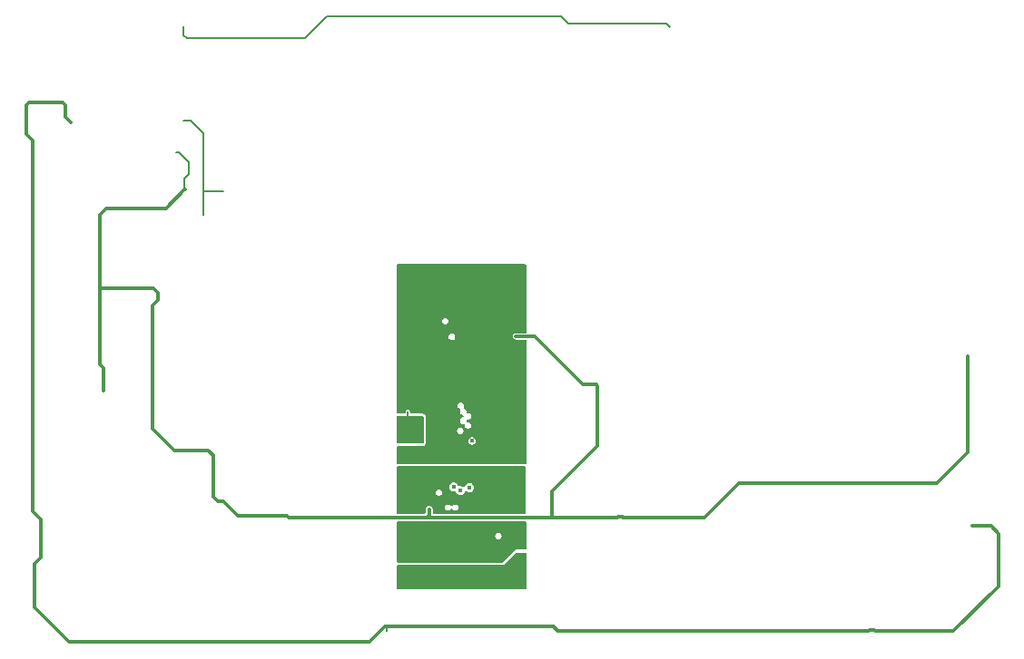
<source format=gbr>
%TF.GenerationSoftware,KiCad,Pcbnew,7.0.9-7.0.9~ubuntu22.04.1*%
%TF.CreationDate,2023-12-01T07:42:16+01:00*%
%TF.ProjectId,jetson-orin-baseboard,6a657473-6f6e-42d6-9f72-696e2d626173,1.1.1*%
%TF.SameCoordinates,Original*%
%TF.FileFunction,Copper,L3,Inr*%
%TF.FilePolarity,Positive*%
%FSLAX46Y46*%
G04 Gerber Fmt 4.6, Leading zero omitted, Abs format (unit mm)*
G04 Created by KiCad (PCBNEW 7.0.9-7.0.9~ubuntu22.04.1) date 2023-12-01 07:42:16*
%MOMM*%
%LPD*%
G01*
G04 APERTURE LIST*
%TA.AperFunction,ViaPad*%
%ADD10C,0.450000*%
%TD*%
%TA.AperFunction,Conductor*%
%ADD11C,0.150000*%
%TD*%
%TA.AperFunction,Conductor*%
%ADD12C,0.155000*%
%TD*%
%TA.AperFunction,Conductor*%
%ADD13C,0.300000*%
%TD*%
G04 APERTURE END LIST*
D10*
%TO.N,GND*%
X91450000Y-102350000D03*
X91750000Y-108800000D03*
%TO.N,CSIA_FLG*%
X92272500Y-113200000D03*
%TO.N,CSIB_FLG*%
X92500000Y-108850000D03*
%TO.N,USBC0_FLG*%
X90800000Y-113150000D03*
%TO.N,USBC1_FLG*%
X91412000Y-113500000D03*
%TD*%
D11*
%TO.N,/SoM/PMIC_BBAT*%
X110950000Y-70224500D02*
X110625500Y-69900000D01*
X110625500Y-69900000D02*
X101500000Y-69900000D01*
X65900000Y-71250000D02*
X65600000Y-70950000D01*
X76950000Y-71250000D02*
X65900000Y-71250000D01*
X78975000Y-69225000D02*
X76950000Y-71250000D01*
X101500000Y-69900000D02*
X100825000Y-69225000D01*
X100825000Y-69225000D02*
X78975000Y-69225000D01*
X65600000Y-70950000D02*
X65600000Y-70100000D01*
%TO.N,+3V3*%
X67600000Y-85550000D02*
X67550000Y-85550000D01*
X67400000Y-85400000D02*
X67400000Y-85600000D01*
X69287500Y-85550000D02*
X69299500Y-85562000D01*
X67400000Y-85700000D02*
X67550000Y-85550000D01*
X65570000Y-78960000D02*
X66260000Y-78960000D01*
X66260000Y-78960000D02*
X67400000Y-80100000D01*
X67400000Y-85750000D02*
X67400000Y-87700000D01*
X67550000Y-85550000D02*
X67400000Y-85400000D01*
X67400000Y-85750000D02*
X67400000Y-85700000D01*
X67400000Y-80100000D02*
X67400000Y-85400000D01*
D12*
X86500000Y-106700000D02*
X87100000Y-106700000D01*
D11*
X67450000Y-85550000D02*
X67600000Y-85550000D01*
X67600000Y-85550000D02*
X69287500Y-85550000D01*
X67400000Y-85600000D02*
X67450000Y-85550000D01*
D12*
X86500000Y-106112000D02*
X86500000Y-106700000D01*
D13*
%TO.N,+1V8*%
X104190000Y-103690000D02*
X104100000Y-103600000D01*
D11*
X66100000Y-82800000D02*
X66100000Y-83900000D01*
X65700000Y-85375500D02*
X65724500Y-85400000D01*
D13*
X64700000Y-109700000D02*
X67900000Y-109700000D01*
X104190000Y-109310000D02*
X104190000Y-103690000D01*
X96630276Y-99100000D02*
X98350000Y-99100000D01*
X57800000Y-94600000D02*
X62800000Y-94600000D01*
X75400000Y-116000000D02*
X88100000Y-116000000D01*
X99950000Y-116000000D02*
X99950000Y-113550000D01*
X88300000Y-116000000D02*
X88500000Y-115800000D01*
X98350000Y-99100000D02*
X102850000Y-103600000D01*
X68400000Y-114100000D02*
X68800000Y-114500000D01*
D11*
X65173000Y-81873000D02*
X64900000Y-81873000D01*
D13*
X106577107Y-116000000D02*
X114207107Y-116000000D01*
X88100000Y-116000000D02*
X88300000Y-116000000D01*
X88100000Y-116000000D02*
X88500000Y-116000000D01*
X57800000Y-101700000D02*
X58100000Y-102000000D01*
X88500000Y-116000000D02*
X88500000Y-115800000D01*
X138725000Y-109925000D02*
X138725000Y-100940000D01*
X62700000Y-107700000D02*
X64700000Y-109700000D01*
X70650000Y-115850000D02*
X75250000Y-115850000D01*
X106537107Y-115960000D02*
X106577107Y-116000000D01*
D11*
X65700000Y-84300000D02*
X65700000Y-85375500D01*
D13*
X58392893Y-87100000D02*
X57800000Y-87692893D01*
X58392893Y-87100000D02*
X64000000Y-87100000D01*
X135850000Y-112800000D02*
X138725000Y-109925000D01*
X88850000Y-116000000D02*
X88700000Y-116000000D01*
X102850000Y-103600000D02*
X104100000Y-103600000D01*
X88500000Y-116000000D02*
X88850000Y-116000000D01*
X99950000Y-113550000D02*
X104190000Y-109310000D01*
X63200000Y-95700000D02*
X62700000Y-96200000D01*
X75250000Y-115850000D02*
X75400000Y-116000000D01*
X64000000Y-87100000D02*
X65700000Y-85400000D01*
X67900000Y-109700000D02*
X68400000Y-110200000D01*
X58100000Y-104074500D02*
X58150000Y-104124500D01*
X57800000Y-94600000D02*
X57800000Y-101700000D01*
X65700000Y-85400000D02*
X65724500Y-85400000D01*
X114207107Y-116000000D02*
X117407107Y-112800000D01*
D11*
X66100000Y-83900000D02*
X65700000Y-84300000D01*
X66100000Y-82800000D02*
X65173000Y-81873000D01*
D13*
X68800000Y-114500000D02*
X69300000Y-114500000D01*
X62700000Y-96200000D02*
X62700000Y-107700000D01*
X117407107Y-112800000D02*
X135850000Y-112800000D01*
X106122893Y-115960000D02*
X106537107Y-115960000D01*
X88700000Y-116000000D02*
X88500000Y-115800000D01*
X57800000Y-87692893D02*
X57800000Y-94600000D01*
X99950000Y-116000000D02*
X106082893Y-116000000D01*
X68400000Y-110200000D02*
X68400000Y-114100000D01*
X88850000Y-116000000D02*
X99950000Y-116000000D01*
X88500000Y-115800000D02*
X88500000Y-115250000D01*
X58100000Y-102000000D02*
X58100000Y-104074500D01*
X96573788Y-99043512D02*
X96630276Y-99100000D01*
X63200000Y-95000000D02*
X63200000Y-95700000D01*
X106082893Y-116000000D02*
X106122893Y-115960000D01*
X62800000Y-94600000D02*
X63200000Y-95000000D01*
X69300000Y-114500000D02*
X70650000Y-115850000D01*
%TO.N,3V3_STDB*%
X51500000Y-80800000D02*
X50900000Y-80200000D01*
X51200000Y-77200000D02*
X54300000Y-77200000D01*
X50900000Y-80200000D02*
X50900000Y-77500000D01*
X141600000Y-117500000D02*
X141600000Y-122400000D01*
X51500000Y-115400000D02*
X51500000Y-80800000D01*
X84357107Y-126200000D02*
X82957107Y-127600000D01*
X54600000Y-78600000D02*
X55100000Y-79100000D01*
X54600000Y-77500000D02*
X54600000Y-78600000D01*
X140900000Y-116800000D02*
X141600000Y-117500000D01*
X52300000Y-116200000D02*
X51500000Y-115400000D01*
X51700000Y-120300000D02*
X52300000Y-119700000D01*
X129492893Y-126600000D02*
X100500000Y-126600000D01*
X100500000Y-126600000D02*
X100100000Y-126200000D01*
X129592893Y-126500000D02*
X129492893Y-126600000D01*
X130007107Y-126500000D02*
X129592893Y-126500000D01*
X50900000Y-77500000D02*
X51200000Y-77200000D01*
X130107107Y-126600000D02*
X130007107Y-126500000D01*
X52300000Y-119700000D02*
X52300000Y-116200000D01*
X54900000Y-127600000D02*
X51700000Y-124400000D01*
D12*
X84550000Y-126600000D02*
X84550000Y-126150000D01*
D13*
X54300000Y-77200000D02*
X54600000Y-77500000D01*
X141600000Y-122400000D02*
X137400000Y-126600000D01*
X137400000Y-126600000D02*
X130107107Y-126600000D01*
X100100000Y-126200000D02*
X84357107Y-126200000D01*
X82957107Y-127600000D02*
X54900000Y-127600000D01*
X51700000Y-124400000D02*
X51700000Y-120300000D01*
X139150000Y-116800000D02*
X140900000Y-116800000D01*
%TD*%
%TA.AperFunction,Conductor*%
%TO.N,+5V*%
G36*
X88276439Y-116353182D02*
G01*
X88277851Y-116353478D01*
X88285315Y-116355043D01*
X88317881Y-116350983D01*
X88325672Y-116350500D01*
X88441512Y-116350500D01*
X88482899Y-116350500D01*
X88488103Y-116350714D01*
X88529344Y-116354132D01*
X88529344Y-116354131D01*
X88529346Y-116354132D01*
X88532056Y-116353907D01*
X88559391Y-116350500D01*
X88635147Y-116350500D01*
X88642948Y-116350984D01*
X88656044Y-116352616D01*
X88656046Y-116352617D01*
X88656047Y-116352616D01*
X88656048Y-116352617D01*
X88707242Y-116350500D01*
X88791512Y-116350500D01*
X97448500Y-116350500D01*
X97516621Y-116370502D01*
X97563114Y-116424158D01*
X97574500Y-116476500D01*
X97574500Y-118874000D01*
X97554498Y-118942121D01*
X97500842Y-118988614D01*
X97448500Y-119000000D01*
X96599998Y-119000000D01*
X95436905Y-120163095D01*
X95374593Y-120197120D01*
X95347810Y-120200000D01*
X85601500Y-120200000D01*
X85533379Y-120179998D01*
X85486886Y-120126342D01*
X85475500Y-120074000D01*
X85475500Y-117706675D01*
X94657365Y-117706675D01*
X94675766Y-117811036D01*
X94728752Y-117902812D01*
X94809932Y-117970930D01*
X94809935Y-117970932D01*
X94909513Y-118007175D01*
X94909515Y-118007175D01*
X95015488Y-118007175D01*
X95115066Y-117970932D01*
X95115065Y-117970932D01*
X95115069Y-117970931D01*
X95196249Y-117902813D01*
X95249235Y-117811038D01*
X95267637Y-117706675D01*
X95249235Y-117602312D01*
X95196249Y-117510537D01*
X95115069Y-117442419D01*
X95115066Y-117442417D01*
X95015489Y-117406175D01*
X95015487Y-117406175D01*
X94909515Y-117406175D01*
X94909513Y-117406175D01*
X94809935Y-117442417D01*
X94809932Y-117442419D01*
X94728752Y-117510537D01*
X94675766Y-117602313D01*
X94657365Y-117706674D01*
X94657365Y-117706675D01*
X85475500Y-117706675D01*
X85475500Y-116476500D01*
X85495502Y-116408379D01*
X85549158Y-116361886D01*
X85601500Y-116350500D01*
X88041512Y-116350500D01*
X88250581Y-116350500D01*
X88276439Y-116353182D01*
G37*
%TD.AperFunction*%
%TD*%
%TA.AperFunction,Conductor*%
%TO.N,VCC*%
G36*
X97516572Y-119291526D02*
G01*
X97563089Y-119345161D01*
X97574500Y-119397556D01*
X97574500Y-122573500D01*
X97554498Y-122641621D01*
X97500842Y-122688114D01*
X97448500Y-122699500D01*
X85601500Y-122699500D01*
X85533379Y-122679498D01*
X85486886Y-122625842D01*
X85475500Y-122573500D01*
X85475500Y-120531500D01*
X85495502Y-120463379D01*
X85549158Y-120416886D01*
X85601500Y-120405500D01*
X95353319Y-120405500D01*
X95360643Y-120405107D01*
X95364308Y-120404911D01*
X95396564Y-120401442D01*
X95473079Y-120377483D01*
X95535391Y-120343458D01*
X95582216Y-120308405D01*
X96581799Y-119308819D01*
X96644108Y-119274797D01*
X96670821Y-119271918D01*
X97448444Y-119271556D01*
X97516572Y-119291526D01*
G37*
%TD.AperFunction*%
%TD*%
%TA.AperFunction,Conductor*%
%TO.N,+3V3*%
G36*
X97442121Y-111220002D02*
G01*
X97488614Y-111273658D01*
X97500000Y-111326000D01*
X97500000Y-115523500D01*
X97479998Y-115591621D01*
X97426342Y-115638114D01*
X97374000Y-115649500D01*
X88976500Y-115649500D01*
X88908379Y-115629498D01*
X88861886Y-115575842D01*
X88850500Y-115523500D01*
X88850500Y-115220964D01*
X88850500Y-115220960D01*
X88836092Y-115134619D01*
X88790299Y-115050000D01*
X89944864Y-115050000D01*
X89963265Y-115154361D01*
X90016251Y-115246137D01*
X90097431Y-115314255D01*
X90097434Y-115314257D01*
X90197012Y-115350500D01*
X90197014Y-115350500D01*
X90302987Y-115350500D01*
X90402565Y-115314257D01*
X90402564Y-115314257D01*
X90402568Y-115314256D01*
X90483748Y-115246138D01*
X90485186Y-115243646D01*
X90490880Y-115233786D01*
X90542261Y-115184792D01*
X90611975Y-115171354D01*
X90677886Y-115197740D01*
X90709120Y-115233786D01*
X90716250Y-115246136D01*
X90797431Y-115314255D01*
X90797434Y-115314257D01*
X90897012Y-115350500D01*
X90897014Y-115350500D01*
X91002987Y-115350500D01*
X91102565Y-115314257D01*
X91102564Y-115314257D01*
X91102568Y-115314256D01*
X91183748Y-115246138D01*
X91236734Y-115154363D01*
X91255136Y-115050000D01*
X91236734Y-114945637D01*
X91183748Y-114853862D01*
X91102568Y-114785744D01*
X91102565Y-114785742D01*
X91002988Y-114749500D01*
X91002986Y-114749500D01*
X90897014Y-114749500D01*
X90897012Y-114749500D01*
X90797434Y-114785742D01*
X90797431Y-114785744D01*
X90716250Y-114853863D01*
X90709119Y-114866215D01*
X90657736Y-114915208D01*
X90588023Y-114928644D01*
X90522112Y-114902258D01*
X90490881Y-114866215D01*
X90483749Y-114853863D01*
X90402568Y-114785744D01*
X90402565Y-114785742D01*
X90302988Y-114749500D01*
X90302986Y-114749500D01*
X90197014Y-114749500D01*
X90197012Y-114749500D01*
X90097434Y-114785742D01*
X90097431Y-114785744D01*
X90016251Y-114853862D01*
X89963265Y-114945638D01*
X89944864Y-115049999D01*
X89944864Y-115050000D01*
X88790299Y-115050000D01*
X88780418Y-115031742D01*
X88780417Y-115031740D01*
X88694359Y-114952519D01*
X88694360Y-114952519D01*
X88694356Y-114952516D01*
X88694352Y-114952514D01*
X88630682Y-114924586D01*
X88587232Y-114905527D01*
X88587231Y-114905526D01*
X88587232Y-114905526D01*
X88479575Y-114896606D01*
X88470656Y-114895868D01*
X88470655Y-114895868D01*
X88357259Y-114924583D01*
X88357254Y-114924586D01*
X88259333Y-114988560D01*
X88259332Y-114988561D01*
X88187482Y-115080873D01*
X88149500Y-115191510D01*
X88149500Y-115523500D01*
X88129498Y-115591621D01*
X88075842Y-115638114D01*
X88023500Y-115649500D01*
X85601500Y-115649500D01*
X85533379Y-115629498D01*
X85486886Y-115575842D01*
X85475500Y-115523500D01*
X85475500Y-113668914D01*
X89105171Y-113668914D01*
X89123572Y-113773275D01*
X89176558Y-113865051D01*
X89257738Y-113933169D01*
X89257741Y-113933171D01*
X89357319Y-113969414D01*
X89357321Y-113969414D01*
X89463294Y-113969414D01*
X89562872Y-113933171D01*
X89562871Y-113933171D01*
X89562875Y-113933170D01*
X89644055Y-113865052D01*
X89697041Y-113773277D01*
X89715443Y-113668914D01*
X89697041Y-113564551D01*
X89644055Y-113472776D01*
X89562875Y-113404658D01*
X89562872Y-113404656D01*
X89463295Y-113368414D01*
X89463293Y-113368414D01*
X89357321Y-113368414D01*
X89357319Y-113368414D01*
X89257741Y-113404656D01*
X89257738Y-113404658D01*
X89176558Y-113472776D01*
X89123572Y-113564552D01*
X89105171Y-113668913D01*
X89105171Y-113668914D01*
X85475500Y-113668914D01*
X85475500Y-113150000D01*
X90369196Y-113150000D01*
X90390281Y-113283126D01*
X90451472Y-113403220D01*
X90546780Y-113498528D01*
X90666874Y-113559719D01*
X90800000Y-113580804D01*
X90872092Y-113569385D01*
X90942499Y-113578484D01*
X90996814Y-113624206D01*
X91004066Y-113636629D01*
X91063472Y-113753220D01*
X91158780Y-113848528D01*
X91278874Y-113909719D01*
X91412000Y-113930804D01*
X91545126Y-113909719D01*
X91665220Y-113848528D01*
X91760528Y-113753220D01*
X91821719Y-113633126D01*
X91821958Y-113631616D01*
X91822757Y-113629929D01*
X91824782Y-113623699D01*
X91825587Y-113623960D01*
X91852366Y-113567467D01*
X91912632Y-113529937D01*
X91983621Y-113530947D01*
X92010303Y-113544303D01*
X92010445Y-113544026D01*
X92019279Y-113548527D01*
X92019280Y-113548528D01*
X92139374Y-113609719D01*
X92272500Y-113630804D01*
X92405626Y-113609719D01*
X92525720Y-113548528D01*
X92621028Y-113453220D01*
X92682219Y-113333126D01*
X92703304Y-113200000D01*
X92682219Y-113066874D01*
X92621028Y-112946780D01*
X92525720Y-112851472D01*
X92525719Y-112851471D01*
X92465673Y-112820876D01*
X92405626Y-112790281D01*
X92272500Y-112769196D01*
X92139374Y-112790281D01*
X92139372Y-112790281D01*
X92139372Y-112790282D01*
X92019280Y-112851471D01*
X91923971Y-112946780D01*
X91862781Y-113066873D01*
X91862541Y-113068390D01*
X91861737Y-113070084D01*
X91859718Y-113076301D01*
X91858914Y-113076039D01*
X91832125Y-113132542D01*
X91771855Y-113170065D01*
X91700866Y-113169048D01*
X91674195Y-113155697D01*
X91674055Y-113155974D01*
X91665220Y-113151472D01*
X91545126Y-113090281D01*
X91412000Y-113069196D01*
X91411998Y-113069196D01*
X91339908Y-113080613D01*
X91269497Y-113071513D01*
X91215184Y-113025790D01*
X91207932Y-113013367D01*
X91174004Y-112946780D01*
X91148528Y-112896780D01*
X91053220Y-112801472D01*
X91053219Y-112801471D01*
X90989875Y-112769196D01*
X90933126Y-112740281D01*
X90800000Y-112719196D01*
X90666874Y-112740281D01*
X90666872Y-112740281D01*
X90666872Y-112740282D01*
X90546780Y-112801471D01*
X90451471Y-112896780D01*
X90392068Y-113013367D01*
X90390281Y-113016874D01*
X90369196Y-113150000D01*
X85475500Y-113150000D01*
X85475500Y-111326000D01*
X85495502Y-111257879D01*
X85549158Y-111211386D01*
X85601500Y-111200000D01*
X97374000Y-111200000D01*
X97442121Y-111220002D01*
G37*
%TD.AperFunction*%
%TA.AperFunction,Conductor*%
G36*
X87942121Y-106520002D02*
G01*
X87988614Y-106573658D01*
X88000000Y-106626000D01*
X88000000Y-108974000D01*
X87979998Y-109042121D01*
X87926342Y-109088614D01*
X87874000Y-109100000D01*
X85601500Y-109100000D01*
X85533379Y-109079998D01*
X85486886Y-109026342D01*
X85475500Y-108974000D01*
X85475500Y-106626000D01*
X85495502Y-106557879D01*
X85549158Y-106511386D01*
X85601500Y-106500000D01*
X87874000Y-106500000D01*
X87942121Y-106520002D01*
G37*
%TD.AperFunction*%
%TD*%
%TA.AperFunction,Conductor*%
%TO.N,GND*%
G36*
X97516621Y-92345502D02*
G01*
X97563114Y-92399158D01*
X97574500Y-92451500D01*
X97574500Y-98698500D01*
X97554498Y-98766621D01*
X97500842Y-98813114D01*
X97448500Y-98824500D01*
X96780121Y-98824500D01*
X96712000Y-98804498D01*
X96710120Y-98803265D01*
X96681285Y-98783998D01*
X96681281Y-98783996D01*
X96573788Y-98762615D01*
X96466294Y-98783996D01*
X96466293Y-98783997D01*
X96375163Y-98844887D01*
X96314273Y-98936017D01*
X96314272Y-98936018D01*
X96292891Y-99043511D01*
X96292891Y-99043512D01*
X96314272Y-99151005D01*
X96314273Y-99151006D01*
X96359794Y-99219134D01*
X96407509Y-99266849D01*
X96423173Y-99285935D01*
X96431652Y-99298624D01*
X96452641Y-99312648D01*
X96452651Y-99312656D01*
X96454654Y-99313994D01*
X96465346Y-99321138D01*
X96522781Y-99359515D01*
X96592057Y-99373294D01*
X96609210Y-99376707D01*
X96609213Y-99376707D01*
X96630276Y-99380897D01*
X96642402Y-99378484D01*
X96645238Y-99377921D01*
X96669819Y-99375500D01*
X97448500Y-99375500D01*
X97516621Y-99395502D01*
X97563114Y-99449158D01*
X97574500Y-99501500D01*
X97574500Y-110877915D01*
X97554498Y-110946036D01*
X97500842Y-110992529D01*
X97430570Y-111002633D01*
X97390329Y-110996847D01*
X97374000Y-110994500D01*
X85601500Y-110994500D01*
X85533379Y-110974498D01*
X85486886Y-110920842D01*
X85475500Y-110868500D01*
X85475500Y-109431500D01*
X85495502Y-109363379D01*
X85549158Y-109316886D01*
X85601500Y-109305500D01*
X87873994Y-109305500D01*
X87874000Y-109305500D01*
X87917681Y-109300804D01*
X87970023Y-109289418D01*
X87980203Y-109286930D01*
X88060916Y-109243921D01*
X88105986Y-109204868D01*
X88114569Y-109197431D01*
X88114568Y-109197432D01*
X88124706Y-109187498D01*
X88132527Y-109179835D01*
X88177174Y-109100017D01*
X88177174Y-109100016D01*
X88177176Y-109100013D01*
X88197172Y-109031908D01*
X88197176Y-109031896D01*
X88205500Y-108974000D01*
X88205500Y-108850000D01*
X92145131Y-108850000D01*
X92162500Y-108959661D01*
X92162500Y-108959662D01*
X92162501Y-108959663D01*
X92199304Y-109031895D01*
X92212905Y-109058587D01*
X92291413Y-109137095D01*
X92390339Y-109187500D01*
X92500000Y-109204869D01*
X92609661Y-109187500D01*
X92708587Y-109137095D01*
X92787095Y-109058587D01*
X92837500Y-108959661D01*
X92854869Y-108850000D01*
X92837500Y-108740339D01*
X92787095Y-108641413D01*
X92708587Y-108562905D01*
X92708586Y-108562904D01*
X92609663Y-108512501D01*
X92609662Y-108512500D01*
X92609661Y-108512500D01*
X92500000Y-108495131D01*
X92390339Y-108512500D01*
X92390337Y-108512500D01*
X92390336Y-108512501D01*
X92291413Y-108562904D01*
X92212904Y-108641413D01*
X92162501Y-108740336D01*
X92162500Y-108740337D01*
X92162500Y-108740339D01*
X92145131Y-108850000D01*
X88205500Y-108850000D01*
X88205500Y-107900000D01*
X91094864Y-107900000D01*
X91113265Y-108004361D01*
X91166251Y-108096137D01*
X91247431Y-108164255D01*
X91247434Y-108164257D01*
X91347012Y-108200500D01*
X91347014Y-108200500D01*
X91452987Y-108200500D01*
X91552565Y-108164257D01*
X91552564Y-108164257D01*
X91552568Y-108164256D01*
X91633748Y-108096138D01*
X91686734Y-108004363D01*
X91705136Y-107900000D01*
X91704893Y-107898624D01*
X91686734Y-107795638D01*
X91686734Y-107795637D01*
X91633748Y-107703862D01*
X91552568Y-107635744D01*
X91552565Y-107635742D01*
X91452988Y-107599500D01*
X91452986Y-107599500D01*
X91347014Y-107599500D01*
X91347012Y-107599500D01*
X91247434Y-107635742D01*
X91247431Y-107635744D01*
X91166251Y-107703862D01*
X91113265Y-107795638D01*
X91094864Y-107899999D01*
X91094864Y-107900000D01*
X88205500Y-107900000D01*
X88205500Y-106626000D01*
X88200804Y-106582319D01*
X88189418Y-106529977D01*
X88186930Y-106519797D01*
X88143921Y-106439084D01*
X88111759Y-106401967D01*
X88097431Y-106385431D01*
X88097432Y-106385432D01*
X88079833Y-106367471D01*
X88000013Y-106322823D01*
X87931908Y-106302827D01*
X87931899Y-106302825D01*
X87931896Y-106302824D01*
X87874000Y-106294500D01*
X87873997Y-106294500D01*
X86829000Y-106294500D01*
X86760879Y-106274498D01*
X86714386Y-106220842D01*
X86703000Y-106168500D01*
X86703000Y-106089123D01*
X86687601Y-106021657D01*
X86687601Y-106021656D01*
X86629824Y-105949206D01*
X86546334Y-105909000D01*
X86453666Y-105909000D01*
X86370177Y-105949205D01*
X86312398Y-106021657D01*
X86297000Y-106089123D01*
X86297000Y-106168500D01*
X86276998Y-106236621D01*
X86223342Y-106283114D01*
X86171000Y-106294500D01*
X85601500Y-106294500D01*
X85533379Y-106274498D01*
X85486886Y-106220842D01*
X85475500Y-106168500D01*
X85475500Y-105540000D01*
X91124864Y-105540000D01*
X91143265Y-105644361D01*
X91143265Y-105644362D01*
X91143266Y-105644363D01*
X91149382Y-105654956D01*
X91184907Y-105716489D01*
X91196252Y-105736138D01*
X91277432Y-105804256D01*
X91311243Y-105816562D01*
X91368415Y-105858654D01*
X91393754Y-105924975D01*
X91380878Y-105986510D01*
X91381535Y-105986749D01*
X91379874Y-105991311D01*
X91379214Y-105994467D01*
X91377800Y-105997007D01*
X91377765Y-105997104D01*
X91359364Y-106101466D01*
X91359364Y-106101467D01*
X91377765Y-106205828D01*
X91422385Y-106283114D01*
X91430752Y-106297605D01*
X91483297Y-106341695D01*
X91511931Y-106365722D01*
X91511934Y-106365724D01*
X91621873Y-106405738D01*
X91621227Y-106407511D01*
X91672840Y-106433090D01*
X91709310Y-106494004D01*
X91707059Y-106564965D01*
X91666800Y-106623443D01*
X91621373Y-106644188D01*
X91621873Y-106645562D01*
X91511934Y-106685575D01*
X91511931Y-106685577D01*
X91430751Y-106753695D01*
X91377765Y-106845471D01*
X91359364Y-106949832D01*
X91359364Y-106949833D01*
X91377765Y-107054194D01*
X91430751Y-107145970D01*
X91511931Y-107214088D01*
X91511934Y-107214090D01*
X91611512Y-107250333D01*
X91671660Y-107250333D01*
X91739781Y-107270335D01*
X91786274Y-107323991D01*
X91795519Y-107388288D01*
X91795552Y-107388288D01*
X91795552Y-107388520D01*
X91796378Y-107394265D01*
X91795746Y-107398213D01*
X91795552Y-107399312D01*
X91813953Y-107503673D01*
X91866939Y-107595449D01*
X91948119Y-107663567D01*
X91948122Y-107663569D01*
X92047700Y-107699812D01*
X92047702Y-107699812D01*
X92153675Y-107699812D01*
X92253253Y-107663569D01*
X92253252Y-107663569D01*
X92253256Y-107663568D01*
X92334436Y-107595450D01*
X92387422Y-107503675D01*
X92405824Y-107399312D01*
X92387422Y-107294949D01*
X92334436Y-107203174D01*
X92253256Y-107135056D01*
X92253253Y-107135054D01*
X92153676Y-107098812D01*
X92153674Y-107098812D01*
X92093528Y-107098812D01*
X92025407Y-107078810D01*
X91978914Y-107025154D01*
X91968810Y-106954880D01*
X91969442Y-106950933D01*
X91970937Y-106942454D01*
X92002464Y-106878842D01*
X92063377Y-106842372D01*
X92095023Y-106838333D01*
X92202987Y-106838333D01*
X92302565Y-106802090D01*
X92302564Y-106802090D01*
X92302568Y-106802089D01*
X92383748Y-106733971D01*
X92436734Y-106642196D01*
X92455136Y-106537833D01*
X92436734Y-106433470D01*
X92383748Y-106341695D01*
X92302568Y-106273577D01*
X92302565Y-106273575D01*
X92202988Y-106237333D01*
X92202986Y-106237333D01*
X92097014Y-106237333D01*
X92095636Y-106237333D01*
X92027515Y-106217331D01*
X91981022Y-106163675D01*
X91969636Y-106111333D01*
X91969636Y-106101466D01*
X91951234Y-105997105D01*
X91951234Y-105997104D01*
X91898248Y-105905329D01*
X91817068Y-105837211D01*
X91783253Y-105824903D01*
X91726083Y-105782810D01*
X91700745Y-105716489D01*
X91713620Y-105654956D01*
X91712965Y-105654718D01*
X91714624Y-105650159D01*
X91715286Y-105646997D01*
X91716701Y-105644453D01*
X91716734Y-105644362D01*
X91735136Y-105540000D01*
X91735136Y-105539999D01*
X91716734Y-105435638D01*
X91716734Y-105435637D01*
X91663748Y-105343862D01*
X91582568Y-105275744D01*
X91582565Y-105275742D01*
X91482988Y-105239500D01*
X91482986Y-105239500D01*
X91377014Y-105239500D01*
X91377012Y-105239500D01*
X91277434Y-105275742D01*
X91277431Y-105275744D01*
X91196251Y-105343862D01*
X91143265Y-105435638D01*
X91124864Y-105539999D01*
X91124864Y-105540000D01*
X85475500Y-105540000D01*
X85475500Y-99125000D01*
X90319864Y-99125000D01*
X90338265Y-99229361D01*
X90391250Y-99321136D01*
X90391249Y-99321136D01*
X90436987Y-99359514D01*
X90458923Y-99377921D01*
X90472431Y-99389255D01*
X90472434Y-99389257D01*
X90572012Y-99425500D01*
X90572014Y-99425500D01*
X90677987Y-99425500D01*
X90777565Y-99389257D01*
X90777564Y-99389257D01*
X90777568Y-99389256D01*
X90858748Y-99321138D01*
X90858748Y-99321137D01*
X90858750Y-99321136D01*
X90881143Y-99282347D01*
X90911734Y-99229363D01*
X90930136Y-99125000D01*
X90911734Y-99020637D01*
X90858748Y-98928862D01*
X90777568Y-98860744D01*
X90777565Y-98860742D01*
X90677988Y-98824500D01*
X90677986Y-98824500D01*
X90572014Y-98824500D01*
X90572012Y-98824500D01*
X90472434Y-98860742D01*
X90472431Y-98860744D01*
X90391251Y-98928862D01*
X90338265Y-99020638D01*
X90319864Y-99124999D01*
X90319864Y-99125000D01*
X85475500Y-99125000D01*
X85475500Y-97640000D01*
X89694864Y-97640000D01*
X89713265Y-97744361D01*
X89766251Y-97836137D01*
X89847431Y-97904255D01*
X89847434Y-97904257D01*
X89947012Y-97940500D01*
X89947014Y-97940500D01*
X90052987Y-97940500D01*
X90152565Y-97904257D01*
X90152564Y-97904257D01*
X90152568Y-97904256D01*
X90233748Y-97836138D01*
X90286734Y-97744363D01*
X90305136Y-97640000D01*
X90286734Y-97535637D01*
X90233748Y-97443862D01*
X90152568Y-97375744D01*
X90152565Y-97375742D01*
X90052988Y-97339500D01*
X90052986Y-97339500D01*
X89947014Y-97339500D01*
X89947012Y-97339500D01*
X89847434Y-97375742D01*
X89847431Y-97375744D01*
X89766251Y-97443862D01*
X89713265Y-97535638D01*
X89694864Y-97639999D01*
X89694864Y-97640000D01*
X85475500Y-97640000D01*
X85475500Y-92451500D01*
X85495502Y-92383379D01*
X85549158Y-92336886D01*
X85601500Y-92325500D01*
X97448500Y-92325500D01*
X97516621Y-92345502D01*
G37*
%TD.AperFunction*%
%TD*%
M02*

</source>
